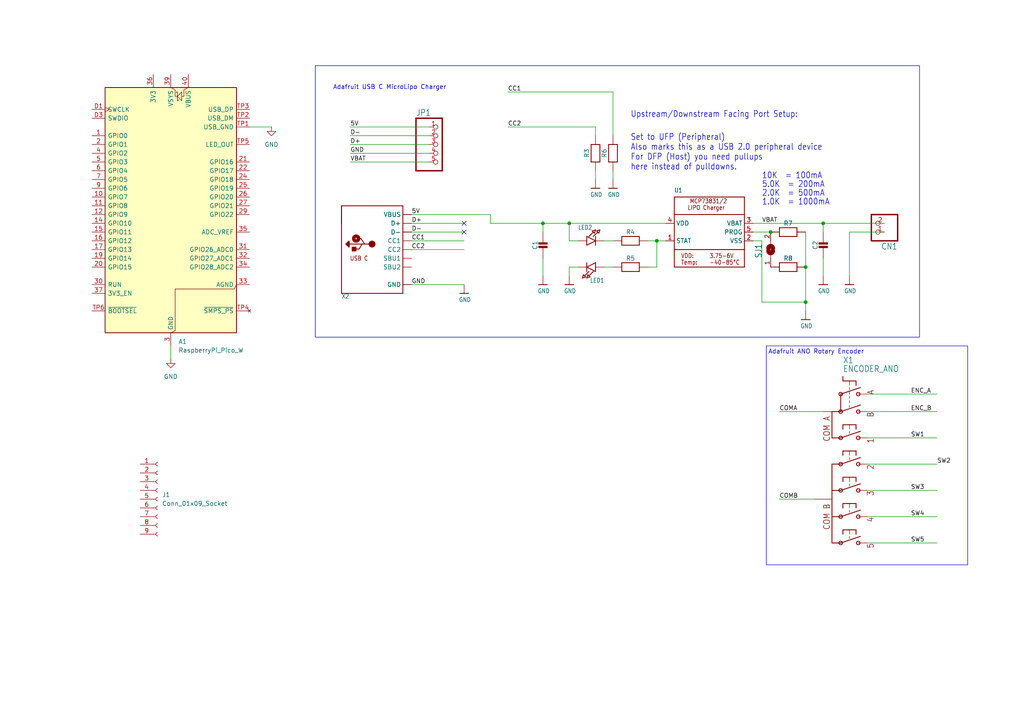
<source format=kicad_sch>
(kicad_sch (version 20231120) (generator "eeschema") (generator_version "8.0")
  (paper "A4")
  (lib_symbols
    (symbol "Adafruit ANO Rotary Encoder Breakout-eagle-import:ENCODER_ANO"
      (property "Reference" "X" (at -1.905 13.97 0))
      (symbol "ENCODER_ANO_1_0"
        (circle (center -2.54 -38.1) (radius 0.508) (stroke (width 0.254)))
        (circle (center -2.54 -30.48) (radius 0.508) (stroke (width 0.254)))
        (circle (center -2.54 -22.86) (radius 0.508) (stroke (width 0.254)))
        (circle (center -2.54 -15.24) (radius 0.508) (stroke (width 0.254)))
        (circle (center -2.54 -7.62) (radius 0.508) (stroke (width 0.254)))
        (circle (center -2.54 0) (radius 0.508) (stroke (width 0.254)))
        (circle (center -2.54 5.08) (radius 0.508) (stroke (width 0.254)))
        (polyline (pts (xy -5.08 -38.1) (xy -2.54 -38.1)) (stroke (width 0.25)))
        (polyline (pts (xy -5.08 -30.48) (xy -5.08 -38.1)) (stroke (width 0.25)))
        (polyline (pts (xy -5.08 -22.86) (xy -5.08 -30.48)) (stroke (width 0.25)))
        (polyline (pts (xy -5.08 -15.24) (xy -5.08 -22.86)) (stroke (width 0.25)))
        (polyline (pts (xy -5.08 -7.62) (xy -5.08 0)) (stroke (width 0.25)))
        (polyline (pts (xy -5.08 0) (xy -2.54 0)) (stroke (width 0.25)))
        (polyline (pts (xy -2.54 -38.1) (xy 3.175 -36.195)) (stroke (width 0.254)))
        (polyline (pts (xy -2.54 -30.48) (xy -5.08 -30.48)) (stroke (width 0.25)))
        (polyline (pts (xy -2.54 -30.48) (xy 3.175 -28.575)) (stroke (width 0.254)))
        (polyline (pts (xy -2.54 -22.86) (xy -5.08 -22.86)) (stroke (width 0.25)))
        (polyline (pts (xy -2.54 -22.86) (xy 3.175 -20.955)) (stroke (width 0.254)))
        (polyline (pts (xy -2.54 -15.24) (xy -5.08 -15.24)) (stroke (width 0.25)))
        (polyline (pts (xy -2.54 -15.24) (xy 3.175 -13.335)) (stroke (width 0.254)))
        (polyline (pts (xy -2.54 -7.62) (xy -5.08 -7.62)) (stroke (width 0.25)))
        (polyline (pts (xy -2.54 -7.62) (xy 3.175 -5.715)) (stroke (width 0.254)))
        (polyline (pts (xy -2.54 0) (xy -2.54 5.08)) (stroke (width 0.254)))
        (polyline (pts (xy -2.54 0) (xy 3.175 1.905)) (stroke (width 0.254)))
        (polyline (pts (xy -2.54 5.08) (xy 3.175 6.985)) (stroke (width 0.254)))
        (polyline (pts (xy -1.905 -34.29) (xy -1.905 -35.56)) (stroke (width 0.254)))
        (polyline (pts (xy -1.905 -26.67) (xy -1.905 -27.94)) (stroke (width 0.254)))
        (polyline (pts (xy -1.905 -19.05) (xy -1.905 -20.32)) (stroke (width 0.254)))
        (polyline (pts (xy -1.905 -11.43) (xy -1.905 -12.7)) (stroke (width 0.254)))
        (polyline (pts (xy -1.905 -3.81) (xy -1.905 -5.08)) (stroke (width 0.254)))
        (polyline (pts (xy -1.905 8.89) (xy -1.905 10.16)) (stroke (width 0.254)))
        (polyline (pts (xy 0 -36.195) (xy 0 -36.83)) (stroke (width 0.1524)))
        (polyline (pts (xy 0 -34.29) (xy -1.905 -34.29)) (stroke (width 0.254)))
        (polyline (pts (xy 0 -34.29) (xy 0 -35.56)) (stroke (width 0.1524)))
        (polyline (pts (xy 0 -28.575) (xy 0 -29.21)) (stroke (width 0.1524)))
        (polyline (pts (xy 0 -26.67) (xy -1.905 -26.67)) (stroke (width 0.254)))
        (polyline (pts (xy 0 -26.67) (xy 0 -27.94)) (stroke (width 0.1524)))
        (polyline (pts (xy 0 -20.955) (xy 0 -21.59)) (stroke (width 0.1524)))
        (polyline (pts (xy 0 -19.05) (xy -1.905 -19.05)) (stroke (width 0.254)))
        (polyline (pts (xy 0 -19.05) (xy 0 -20.32)) (stroke (width 0.1524)))
        (polyline (pts (xy 0 -13.335) (xy 0 -13.97)) (stroke (width 0.1524)))
        (polyline (pts (xy 0 -11.43) (xy -1.905 -11.43)) (stroke (width 0.254)))
        (polyline (pts (xy 0 -11.43) (xy 0 -12.7)) (stroke (width 0.1524)))
        (polyline (pts (xy 0 -5.715) (xy 0 -6.35)) (stroke (width 0.1524)))
        (polyline (pts (xy 0 -3.81) (xy -1.905 -3.81)) (stroke (width 0.254)))
        (polyline (pts (xy 0 -3.81) (xy 0 -5.08)) (stroke (width 0.1524)))
        (polyline (pts (xy 0 1.27) (xy 0 1.905)) (stroke (width 0.1524)))
        (polyline (pts (xy 0 3.175) (xy 0 2.54)) (stroke (width 0.1524)))
        (polyline (pts (xy 0 3.81) (xy 0 4.445)) (stroke (width 0.1524)))
        (polyline (pts (xy 0 5.08) (xy 0 5.715)) (stroke (width 0.1524)))
        (polyline (pts (xy 0 6.35) (xy 0 6.985)) (stroke (width 0.1524)))
        (polyline (pts (xy 0 8.89) (xy -1.905 8.89)) (stroke (width 0.254)))
        (polyline (pts (xy 0 8.89) (xy 0 7.62)) (stroke (width 0.1524)))
        (polyline (pts (xy 1.905 -34.29) (xy 0 -34.29)) (stroke (width 0.254)))
        (polyline (pts (xy 1.905 -34.29) (xy 1.905 -35.56)) (stroke (width 0.254)))
        (polyline (pts (xy 1.905 -26.67) (xy 0 -26.67)) (stroke (width 0.254)))
        (polyline (pts (xy 1.905 -26.67) (xy 1.905 -27.94)) (stroke (width 0.254)))
        (polyline (pts (xy 1.905 -19.05) (xy 0 -19.05)) (stroke (width 0.254)))
        (polyline (pts (xy 1.905 -19.05) (xy 1.905 -20.32)) (stroke (width 0.254)))
        (polyline (pts (xy 1.905 -11.43) (xy 0 -11.43)) (stroke (width 0.254)))
        (polyline (pts (xy 1.905 -11.43) (xy 1.905 -12.7)) (stroke (width 0.254)))
        (polyline (pts (xy 1.905 -3.81) (xy 0 -3.81)) (stroke (width 0.254)))
        (polyline (pts (xy 1.905 -3.81) (xy 1.905 -5.08)) (stroke (width 0.254)))
        (polyline (pts (xy 1.905 8.89) (xy 0 8.89)) (stroke (width 0.254)))
        (polyline (pts (xy 1.905 8.89) (xy 1.905 7.62)) (stroke (width 0.254)))
        (circle (center 2.54 -38.1) (radius 0.508) (stroke (width 0.254)))
        (circle (center 2.54 -30.48) (radius 0.508) (stroke (width 0.254)))
        (circle (center 2.54 -22.86) (radius 0.508) (stroke (width 0.254)))
        (circle (center 2.54 -15.24) (radius 0.508) (stroke (width 0.254)))
        (circle (center 2.54 -7.62) (radius 0.508) (stroke (width 0.254)))
        (circle (center 2.54 0) (radius 0.508) (stroke (width 0.254)))
        (circle (center 2.54 5.08) (radius 0.508) (stroke (width 0.254)))
        (text "1" (at 5.08 -7.62 900) (effects (font (size 1.778 1.5113)) (justify right top)))
        (text "2" (at 5.08 -15.24 900) (effects (font (size 1.778 1.5113)) (justify right top)))
        (text "3" (at 5.08 -22.86 900) (effects (font (size 1.778 1.5113)) (justify right top)))
        (text "4" (at 5.08 -30.48 900) (effects (font (size 1.778 1.5113)) (justify right top)))
        (text "5" (at 5.08 -38.1 900) (effects (font (size 1.778 1.5113)) (justify right top)))
        (text "A" (at 5.08 6.35 900) (effects (font (size 1.778 1.5113)) (justify right top)))
        (text "B" (at 5.08 0 900) (effects (font (size 1.778 1.5113)) (justify right top)))
        (text "COM A" (at -7.62 -1.27 900) (effects (font (size 1.778 1.5113)) (justify right top)))
        (text "COM B" (at -7.62 -26.67 900) (effects (font (size 1.778 1.5113)) (justify right top)))
        (pin passive line (at 5.08 5.08 180) (length 2.54) (name "A") (number "A"))
        (pin passive line (at 5.08 0 180) (length 2.54) (name "B") (number "B"))
        (pin passive line (at -7.62 0 0) (length 2.54) (name "COMA") (number "COM_A"))
        (pin passive line (at -10.16 -25.4 0) (length 5.08) (name "COM_B") (number "COM_B"))
        (pin passive line (at 5.08 -7.62 180) (length 2.54) (name "1") (number "S1"))
        (pin passive line (at 5.08 -15.24 180) (length 2.54) (name "S2") (number "S2"))
        (pin passive line (at 5.08 -22.86 180) (length 2.54) (name "S3") (number "S3"))
        (pin passive line (at 5.08 -30.48 180) (length 2.54) (name "S4") (number "S4"))
        (pin passive line (at 5.08 -38.1 180) (length 2.54) (name "S5") (number "S5"))
      )
    )
    (symbol "Adafruit USB C microlipo charger-eagle-import:CAP_CERAMIC0805-NOOUTLINE"
      (property "Reference" "C" (at -2.29 1.25 90))
      (symbol "CAP_CERAMIC0805-NOOUTLINE_1_0"
        (rectangle (start -1.27 0.508) (end 1.27 1.016) (fill (type outline)))
        (rectangle (start -1.27 1.524) (end 1.27 2.032) (fill (type outline)))
        (polyline (pts (xy 0 0.762) (xy 0 0)) (stroke (width 0.1524)))
        (polyline (pts (xy 0 2.54) (xy 0 1.778)) (stroke (width 0.1524)))
        (pin passive line (at 0 5.08 270) (length 2.54) (name "1") (number "1"))
        (pin passive line (at 0 -2.54 90) (length 2.54) (name "2") (number "2"))
      )
    )
    (symbol "Adafruit USB C microlipo charger-eagle-import:GND" (power)
      (symbol "GND_1_0"
        (polyline (pts (xy -1.27 0) (xy 1.27 0)) (stroke (width 0.254)))
        (pin power_in line (at 0 2.54 270) (length 2.54) (name "GND") (number "1"))
      )
    )
    (symbol "Adafruit USB C microlipo charger-eagle-import:HEADER-1X570MIL"
      (property "Reference" "JP" (at -6.35 8.255 0))
      (symbol "HEADER-1X570MIL_1_0"
        (polyline (pts (xy -6.35 -7.62) (xy 1.27 -7.62)) (stroke (width 0.4064)))
        (polyline (pts (xy -6.35 7.62) (xy -6.35 -7.62)) (stroke (width 0.4064)))
        (polyline (pts (xy 1.27 -7.62) (xy 1.27 7.62)) (stroke (width 0.4064)))
        (polyline (pts (xy 1.27 7.62) (xy -6.35 7.62)) (stroke (width 0.4064)))
        (pin passive inverted (at -2.54 5.08 0) (length 2.54) (name "1") (number "1"))
        (pin passive inverted (at -2.54 2.54 0) (length 2.54) (name "2") (number "2"))
        (pin passive inverted (at -2.54 0 0) (length 2.54) (name "3") (number "3"))
        (pin passive inverted (at -2.54 -2.54 0) (length 2.54) (name "4") (number "4"))
        (pin passive inverted (at -2.54 -5.08 0) (length 2.54) (name "5") (number "5"))
      )
    )
    (symbol "Adafruit USB C microlipo charger-eagle-import:JST_2PIN"
      (property "Reference" "CN" (at -6.35 5.715 0))
      (symbol "JST_2PIN_1_0"
        (polyline (pts (xy -6.35 -2.54) (xy 1.27 -2.54)) (stroke (width 0.4064)))
        (polyline (pts (xy -6.35 5.08) (xy -6.35 -2.54)) (stroke (width 0.4064)))
        (polyline (pts (xy 1.27 -2.54) (xy 1.27 5.08)) (stroke (width 0.4064)))
        (polyline (pts (xy 1.27 5.08) (xy -6.35 5.08)) (stroke (width 0.4064)))
        (pin passive inverted (at -2.54 2.54 0) (length 2.54) (name "1") (number "1"))
        (pin passive inverted (at -2.54 0 0) (length 2.54) (name "2") (number "2"))
      )
    )
    (symbol "Adafruit USB C microlipo charger-eagle-import:LED0805_NOOUTLINE"
      (property "Reference" "LED" (at -5.08 3.175 0))
      (symbol "LED0805_NOOUTLINE_1_0"
        (polyline (pts (xy -2.54 -1.27) (xy 0 0)) (stroke (width 0.254)))
        (polyline (pts (xy -2.54 1.27) (xy -2.54 -1.27)) (stroke (width 0.254)))
        (polyline (pts (xy -1.905 1.27) (xy -0.635 2.54)) (stroke (width 0.254)))
        (polyline (pts (xy -0.9525 2.8575) (xy -0.3175 2.2225)) (stroke (width 0.254)))
        (polyline (pts (xy -0.635 1.27) (xy 0.635 2.54)) (stroke (width 0.254)))
        (polyline (pts (xy -0.3175 2.2225) (xy 0 3.175)) (stroke (width 0.254)))
        (polyline (pts (xy 0 0) (xy -2.54 1.27)) (stroke (width 0.254)))
        (polyline (pts (xy 0 0) (xy 0 -1.27)) (stroke (width 0.254)))
        (polyline (pts (xy 0 1.27) (xy 0 0)) (stroke (width 0.254)))
        (polyline (pts (xy 0 3.175) (xy -0.9525 2.8575)) (stroke (width 0.254)))
        (polyline (pts (xy 0.3175 2.8575) (xy 0.9525 2.2225)) (stroke (width 0.254)))
        (polyline (pts (xy 0.9525 2.2225) (xy 1.27 3.175)) (stroke (width 0.254)))
        (polyline (pts (xy 1.27 3.175) (xy 0.3175 2.8575)) (stroke (width 0.254)))
        (pin passive line (at -5.08 0 0) (length 2.54) (name "A") (number "A"))
        (pin passive line (at 2.54 0 180) (length 2.54) (name "C") (number "C"))
      )
    )
    (symbol "Adafruit USB C microlipo charger-eagle-import:MCP73831/2"
      (property "Reference" "U" (at -10.16 11.43 0))
      (symbol "MCP73831/2_1_0"
        (polyline (pts (xy -10.16 -5.08) (xy -10.16 -10.16)) (stroke (width 0.254)))
        (polyline (pts (xy -10.16 -5.08) (xy -10.16 5.08)) (stroke (width 0.254)))
        (polyline (pts (xy -10.16 5.08) (xy 10.16 5.08)) (stroke (width 0.254)))
        (polyline (pts (xy -10.16 10.16) (xy -10.16 5.08)) (stroke (width 0.254)))
        (polyline (pts (xy -10.16 10.16) (xy 10.16 10.16)) (stroke (width 0.254)))
        (polyline (pts (xy 10.16 -10.16) (xy -10.16 -10.16)) (stroke (width 0.254)))
        (polyline (pts (xy 10.16 -5.08) (xy -10.16 -5.08)) (stroke (width 0.254)))
        (polyline (pts (xy 10.16 -5.08) (xy 10.16 -10.16)) (stroke (width 0.254)))
        (polyline (pts (xy 10.16 5.08) (xy 10.16 -5.08)) (stroke (width 0.254)))
        (polyline (pts (xy 10.16 10.16) (xy 10.16 5.08)) (stroke (width 0.254)))
        (text "-40-85°C" (at 0 -9.525 0) (effects (font (size 1.27 1.0795)) (justify left bottom)))
        (text "3.75-6V" (at 0 -7.62 0) (effects (font (size 1.27 1.0795)) (justify left bottom)))
        (text "LIPO Charger" (at -6.35 6.35 0) (effects (font (size 1.27 1.0795)) (justify left bottom)))
        (text "MCP73831/2" (at -5.715 8.255 0) (effects (font (size 1.27 1.0795)) (justify left bottom)))
        (text "Temp:" (at -8.255 -9.525 0) (effects (font (size 1.27 1.0795)) (justify left bottom)))
        (text "VDD:" (at -8.255 -7.62 0) (effects (font (size 1.27 1.0795)) (justify left bottom)))
        (pin output line (at -12.7 -2.54 0) (length 2.54) (name "STAT") (number "1"))
        (pin power_in line (at 12.7 -2.54 180) (length 2.54) (name "VSS") (number "2"))
        (pin power_in line (at 12.7 2.54 180) (length 2.54) (name "VBAT") (number "3"))
        (pin power_in line (at -12.7 2.54 0) (length 2.54) (name "VDD") (number "4"))
        (pin input line (at 12.7 0 180) (length 2.54) (name "PROG") (number "5"))
      )
    )
    (symbol "Adafruit USB C microlipo charger-eagle-import:RESISTOR_0603_NOOUT"
      (property "Reference" "R" (at 0 2.54 0))
      (symbol "RESISTOR_0603_NOOUT_1_0"
        (polyline (pts (xy -2.54 -1.27) (xy -2.54 1.27)) (stroke (width 0.254)))
        (polyline (pts (xy -2.54 1.27) (xy 2.54 1.27)) (stroke (width 0.254)))
        (polyline (pts (xy 2.54 -1.27) (xy -2.54 -1.27)) (stroke (width 0.254)))
        (polyline (pts (xy 2.54 1.27) (xy 2.54 -1.27)) (stroke (width 0.254)))
        (pin passive line (at -5.08 0 0) (length 2.54) (name "1") (number "1"))
        (pin passive line (at 5.08 0 180) (length 2.54) (name "2") (number "2"))
      )
    )
    (symbol "Adafruit USB C microlipo charger-eagle-import:SOLDERJUMPER"
      (property "Reference" "SJ" (at -2.54 2.54 0))
      (symbol "SOLDERJUMPER_1_0"
        (arc (start -0.3808 0.635) (mid -1.0159 0.0001) (end -0.381 -0.635) (stroke (width 1.27)))
        (polyline (pts (xy -2.54 0) (xy -1.651 0)) (stroke (width 0.1524)))
        (polyline (pts (xy 2.54 0) (xy 1.651 0)) (stroke (width 0.1524)))
        (arc (start 0.3808 -0.635) (mid 1.0159 -0.0001) (end 0.381 0.635) (stroke (width 1.27)))
        (pin passive line (at -5.08 0 0) (length 2.54) (name "1") (number "1"))
        (pin passive line (at 5.08 0 180) (length 2.54) (name "2") (number "2"))
      )
    )
    (symbol "Adafruit USB C microlipo charger-eagle-import:USB_C"
      (property "Reference" "X" (at -10.16 13.716 0))
      (symbol "USB_C_1_0"
        (rectangle (start -7.12 -0.45) (end -5.92 0.75) (fill (type outline)))
        (circle (center -5.92 3.2) (radius 0.2) (stroke (width 1)))
        (circle (center -1.32 1.6) (radius 0.5) (stroke (width 1)))
        (polyline (pts (xy -10.2 7.62) (xy -10.16 12.7)) (stroke (width 0.254)))
        (polyline (pts (xy -10.16 -12.7) (xy 7.62 -12.7)) (stroke (width 0.254)))
        (polyline (pts (xy -10.16 12.7) (xy -10.16 -12.7)) (stroke (width 0.254)))
        (polyline (pts (xy -10.16 12.7) (xy 7.62 12.7)) (stroke (width 0.254)))
        (polyline (pts (xy -8.92 1.6) (xy -8.12 2.4)) (stroke (width 0.254)))
        (polyline (pts (xy -8.52 1.4) (xy -8.32 1.2)) (stroke (width 0.254)))
        (polyline (pts (xy -8.52 1.6) (xy -8.52 1.4)) (stroke (width 0.254)))
        (polyline (pts (xy -8.32 1.2) (xy -8.32 2)) (stroke (width 0.254)))
        (polyline (pts (xy -8.32 2) (xy -8.72 1.6)) (stroke (width 0.254)))
        (polyline (pts (xy -8.12 0.8) (xy -8.92 1.6)) (stroke (width 0.254)))
        (polyline (pts (xy -8.12 1) (xy -8.12 2.4)) (stroke (width 0.254)))
        (polyline (pts (xy -8.12 2.4) (xy -7.92 2.4)) (stroke (width 0.254)))
        (polyline (pts (xy -7.92 0.8) (xy -8.12 0.8)) (stroke (width 0.254)))
        (polyline (pts (xy -7.92 1.6) (xy -7.92 0.8)) (stroke (width 0.254)))
        (polyline (pts (xy -7.92 2.4) (xy -7.92 1.6)) (stroke (width 0.254)))
        (polyline (pts (xy -6.27 0.15) (xy -5.07 0.15)) (stroke (width 0.254)))
        (polyline (pts (xy -5.52 3.2) (xy -4.52 3.2)) (stroke (width 0.254)))
        (polyline (pts (xy -5.07 0.15) (xy -4.22 1.6)) (stroke (width 0.254)))
        (polyline (pts (xy -4.52 3.2) (xy -3.47 1.6)) (stroke (width 0.254)))
        (polyline (pts (xy -4.22 1.6) (xy -7.92 1.6)) (stroke (width 0.254)))
        (polyline (pts (xy -3.47 1.6) (xy -4.22 1.6)) (stroke (width 0.254)))
        (polyline (pts (xy -1.32 1.6) (xy -3.47 1.6)) (stroke (width 0.254)))
        (polyline (pts (xy 7.62 12.7) (xy 7.62 -12.7)) (stroke (width 0.254)))
        (text "USB C" (at -5.08 -2.54 0) (effects (font (size 1.27 1.0795))))
        (pin power_in line (at 10.16 -10.16 180) (length 2.54) (name "GND") (number "A1B12"))
        (pin power_in line (at 10.16 10.16 180) (length 2.54) (name "VBUS") (number "A4B9"))
        (pin bidirectional line (at 10.16 2.54 180) (length 2.54) (name "CC1") (number "A5"))
        (pin bidirectional line (at 10.16 7.62 180) (length 2.54) (name "D+") (number "A6"))
        (pin bidirectional line (at 10.16 5.08 180) (length 2.54) (name "D-") (number "A7"))
        (pin bidirectional line (at 10.16 -2.54 180) (length 2.54) (name "SBU1") (number "A8"))
        (pin power_in line (at 10.16 -10.16 180) (length 2.54) (name "GND") (number "B1A12"))
        (pin power_in line (at 10.16 10.16 180) (length 2.54) (name "VBUS") (number "B4A9"))
        (pin bidirectional line (at 10.16 0 180) (length 2.54) (name "CC2") (number "B5"))
        (pin bidirectional line (at 10.16 7.62 180) (length 2.54) (name "D+") (number "B6"))
        (pin bidirectional line (at 10.16 5.08 180) (length 2.54) (name "D-") (number "B7"))
        (pin bidirectional line (at 10.16 -5.08 180) (length 2.54) (name "SBU2") (number "B8"))
      )
    )
    (symbol "Connector:Conn_01x09_Socket" (pin_names (offset 1.016) hide)
      (property "Reference" "J" (at 0 12.7 0))
      (property "Value" "Conn_01x09_Socket" (at 0 -12.7 0))
      (symbol "Conn_01x09_Socket_1_1"
        (arc (start 0 -9.652) (mid -0.5058 -10.16) (end 0 -10.668) (stroke (width 0.1524)))
        (arc (start 0 -7.112) (mid -0.5058 -7.62) (end 0 -8.128) (stroke (width 0.1524)))
        (arc (start 0 -4.572) (mid -0.5058 -5.08) (end 0 -5.588) (stroke (width 0.1524)))
        (arc (start 0 -2.032) (mid -0.5058 -2.54) (end 0 -3.048) (stroke (width 0.1524)))
        (polyline (pts (xy -1.27 -10.16) (xy -0.508 -10.16)) (stroke (width 0.1524)))
        (polyline (pts (xy -1.27 -7.62) (xy -0.508 -7.62)) (stroke (width 0.1524)))
        (polyline (pts (xy -1.27 -5.08) (xy -0.508 -5.08)) (stroke (width 0.1524)))
        (polyline (pts (xy -1.27 -2.54) (xy -0.508 -2.54)) (stroke (width 0.1524)))
        (polyline (pts (xy -1.27 0) (xy -0.508 0)) (stroke (width 0.1524)))
        (polyline (pts (xy -1.27 2.54) (xy -0.508 2.54)) (stroke (width 0.1524)))
        (polyline (pts (xy -1.27 5.08) (xy -0.508 5.08)) (stroke (width 0.1524)))
        (polyline (pts (xy -1.27 7.62) (xy -0.508 7.62)) (stroke (width 0.1524)))
        (polyline (pts (xy -1.27 10.16) (xy -0.508 10.16)) (stroke (width 0.1524)))
        (arc (start 0 0.508) (mid -0.5058 0) (end 0 -0.508) (stroke (width 0.1524)))
        (arc (start 0 3.048) (mid -0.5058 2.54) (end 0 2.032) (stroke (width 0.1524)))
        (arc (start 0 5.588) (mid -0.5058 5.08) (end 0 4.572) (stroke (width 0.1524)))
        (arc (start 0 8.128) (mid -0.5058 7.62) (end 0 7.112) (stroke (width 0.1524)))
        (arc (start 0 10.668) (mid -0.5058 10.16) (end 0 9.652) (stroke (width 0.1524)))
        (pin passive line (at -5.08 10.16 0) (length 3.81) (name "Pin_1") (number "1"))
        (pin passive line (at -5.08 7.62 0) (length 3.81) (name "Pin_2") (number "2"))
        (pin passive line (at -5.08 5.08 0) (length 3.81) (name "Pin_3") (number "3"))
        (pin passive line (at -5.08 2.54 0) (length 3.81) (name "Pin_4") (number "4"))
        (pin passive line (at -5.08 0 0) (length 3.81) (name "Pin_5") (number "5"))
        (pin passive line (at -5.08 -2.54 0) (length 3.81) (name "Pin_6") (number "6"))
        (pin passive line (at -5.08 -5.08 0) (length 3.81) (name "Pin_7") (number "7"))
        (pin passive line (at -5.08 -7.62 0) (length 3.81) (name "Pin_8") (number "8"))
        (pin passive line (at -5.08 -10.16 0) (length 3.81) (name "Pin_9") (number "9"))
      )
    )
    (symbol "MCU_Module_RaspberryPi_Pico:RaspberryPi_Pico_W_SecondaryPins" (pin_names (offset 0.762))
      (property "Reference" "A" (at -19.05 38.1 0))
      (property "Value" "RaspberryPi_Pico_W" (at 7.62 38.1 0))
      (symbol "RaspberryPi_Pico_W_SecondaryPins_0_1"
        (rectangle (start -19.05 36.83) (end 19.05 -34.29) (stroke (width 0.254)) (fill (type background)))
        (polyline (pts (xy 0 36.83) (xy 1.27 36.195) (xy 1.27 34.29) (xy 1.905 34.29)))
        (polyline (pts (xy 1.905 34.29) (xy 3.175 35.56) (xy 3.175 33.02) (xy 1.905 34.29)))
        (polyline (pts (xy 5.08 36.83) (xy 3.81 36.195) (xy 3.81 34.29) (xy 3.175 34.29)))
        (polyline (pts (xy 0 -34.29) (xy 1.27 -33.655) (xy 1.27 -21.59) (xy 18.415 -21.59) (xy 19.05 -20.32)))
        (polyline (pts (xy 1.651 35.306) (xy 1.651 35.56) (xy 1.905 35.56) (xy 1.905 33.02) (xy 2.159 33.02) (xy 2.159 33.274)))
      )
      (symbol "RaspberryPi_Pico_W_SecondaryPins_1_1"
        (pin bidirectional line (at -22.86 22.86 0) (length 3.81) (name "GPIO0") (number "1"))
        (pin bidirectional line (at -22.86 5.08 0) (length 3.81) (name "GPIO7") (number "10"))
        (pin bidirectional line (at -22.86 2.54 0) (length 3.81) (name "GPIO8") (number "11"))
        (pin bidirectional line (at -22.86 0 0) (length 3.81) (name "GPIO9") (number "12"))
        (pin passive line (at 0 -38.1 90) (length 3.81) hide (name "GND") (number "13"))
        (pin bidirectional line (at -22.86 -2.54 0) (length 3.81) (name "GPIO10") (number "14"))
        (pin bidirectional line (at -22.86 -5.08 0) (length 3.81) (name "GPIO11") (number "15"))
        (pin bidirectional line (at -22.86 -7.62 0) (length 3.81) (name "GPIO12") (number "16"))
        (pin bidirectional line (at -22.86 -10.16 0) (length 3.81) (name "GPIO13") (number "17"))
        (pin passive line (at 0 -38.1 90) (length 3.81) hide (name "GND") (number "18"))
        (pin bidirectional line (at -22.86 -12.7 0) (length 3.81) (name "GPIO14") (number "19"))
        (pin bidirectional line (at -22.86 20.32 0) (length 3.81) (name "GPIO1") (number "2"))
        (pin bidirectional line (at -22.86 -15.24 0) (length 3.81) (name "GPIO15") (number "20"))
        (pin bidirectional line (at 22.86 15.24 180) (length 3.81) (name "GPIO16") (number "21"))
        (pin bidirectional line (at 22.86 12.7 180) (length 3.81) (name "GPIO17") (number "22"))
        (pin passive line (at 0 -38.1 90) (length 3.81) hide (name "GND") (number "23"))
        (pin bidirectional line (at 22.86 10.16 180) (length 3.81) (name "GPIO18") (number "24"))
        (pin bidirectional line (at 22.86 7.62 180) (length 3.81) (name "GPIO19") (number "25"))
        (pin bidirectional line (at 22.86 5.08 180) (length 3.81) (name "GPIO20") (number "26"))
        (pin bidirectional line (at 22.86 2.54 180) (length 3.81) (name "GPIO21") (number "27"))
        (pin passive line (at 0 -38.1 90) (length 3.81) hide (name "GND") (number "28"))
        (pin bidirectional line (at 22.86 0 180) (length 3.81) (name "GPIO22") (number "29"))
        (pin power_out line (at 0 -38.1 90) (length 3.81) (name "GND") (number "3"))
        (pin input line (at -22.86 -20.32 0) (length 3.81) (name "RUN") (number "30"))
        (pin bidirectional line (at 22.86 -10.16 180) (length 3.81) (name "GPIO26_ADC0") (number "31"))
        (pin bidirectional line (at 22.86 -12.7 180) (length 3.81) (name "GPIO27_ADC1") (number "32"))
        (pin power_out line (at 22.86 -20.32 180) (length 3.81) (name "AGND") (number "33"))
        (pin bidirectional line (at 22.86 -15.24 180) (length 3.81) (name "GPIO28_ADC2") (number "34"))
        (pin power_in line (at 22.86 -5.08 180) (length 3.81) (name "ADC_VREF") (number "35"))
        (pin power_out line (at -5.08 40.64 270) (length 3.81) (name "3V3") (number "36"))
        (pin input line (at -22.86 -22.86 0) (length 3.81) (name "3V3_EN") (number "37"))
        (pin passive line (at 0 -38.1 90) (length 3.81) hide (name "GND") (number "38"))
        (pin power_in line (at 0 40.64 270) (length 3.81) (name "VSYS") (number "39"))
        (pin bidirectional line (at -22.86 17.78 0) (length 3.81) (name "GPIO2") (number "4"))
        (pin power_out line (at 5.08 40.64 270) (length 3.81) (name "VBUS") (number "40"))
        (pin bidirectional line (at -22.86 15.24 0) (length 3.81) (name "GPIO3") (number "5"))
        (pin bidirectional line (at -22.86 12.7 0) (length 3.81) (name "GPIO4") (number "6"))
        (pin bidirectional line (at -22.86 10.16 0) (length 3.81) (name "GPIO5") (number "7"))
        (pin passive line (at 0 -38.1 90) (length 3.81) hide (name "GND") (number "8"))
        (pin bidirectional line (at -22.86 7.62 0) (length 3.81) (name "GPIO6") (number "9"))
        (pin input clock (at -22.86 30.48 0) (length 3.81) (name "SWCLK") (number "D1"))
        (pin passive line (at 0 -38.1 90) (length 3.81) hide (name "GND") (number "D2"))
        (pin bidirectional line (at -22.86 27.94 0) (length 3.81) (name "SWDIO") (number "D3"))
        (pin power_out line (at 22.86 25.4 180) (length 3.81) (name "USB_GND") (number "TP1"))
        (pin bidirectional line (at 22.86 27.94 180) (length 3.81) (name "USB_DM") (number "TP2"))
        (pin bidirectional line (at 22.86 30.48 180) (length 3.81) (name "USB_DP") (number "TP3"))
        (pin no_connect line (at 22.86 -27.94 180) (length 3.81) (name "~{SMPS_PS}") (number "TP4"))
        (pin output line (at 22.86 20.32 180) (length 3.81) (name "LED_OUT") (number "TP5"))
        (pin input line (at -22.86 -27.94 0) (length 3.81) (name "~{BOOTSEL}") (number "TP6"))
      )
    )
    (symbol "power:GND" (power) (pin_numbers hide) (pin_names (offset 0) hide)
      (property "Value" "GND" (at 0 -3.81 0))
      (symbol "GND_0_1"
        (polyline (pts (xy 0 0) (xy 0 -1.27) (xy 1.27 -1.27) (xy 0 -2.54) (xy -1.27 -1.27) (xy 0 -1.27)))
      )
      (symbol "GND_1_1"
        (pin power_in line (at 0 0 270) (length 0) (name "~") (number "1"))
      )
    )
  )
  (junction (at 223.52 67.31))
  (junction (at 157.48 64.77))
  (junction (at 233.68 87.63))
  (junction (at 165.1 64.77))
  (junction (at 238.76 64.77))
  (junction (at 233.68 77.47))
  (junction (at 190.5 69.85))
  (no_connect (at 134.62 67.31))
  (no_connect (at 134.62 64.77))
  (wire (pts (xy 147.32 36.83) (xy 172.72 36.83)) (stroke (width 0.1524)))
  (wire (pts (xy 226.06 144.78) (xy 236.22 144.78)) (stroke (width 0.1524)))
  (wire (pts (xy 238.76 67.31) (xy 238.76 64.77)) (stroke (width 0.1524)))
  (wire (pts (xy 124.46 41.91) (xy 101.6 41.91)) (stroke (width 0.1524)))
  (wire (pts (xy 246.38 67.31) (xy 246.38 80.01)) (stroke (width 0.1524)))
  (wire (pts (xy 220.98 87.63) (xy 233.68 87.63)) (stroke (width 0.1524)))
  (wire (pts (xy 271.78 119.38) (xy 251.46 119.38)) (stroke (width 0.1524)))
  (wire (pts (xy 167.64 69.85) (xy 165.1 69.85)) (stroke (width 0.1524)))
  (wire (pts (xy 157.48 64.77) (xy 165.1 64.77)) (stroke (width 0.1524)))
  (wire (pts (xy 238.76 119.38) (xy 226.06 119.38)) (stroke (width 0.1524)))
  (wire (pts (xy 142.24 62.23) (xy 119.38 62.23)) (stroke (width 0.1524)))
  (wire (pts (xy 124.46 44.45) (xy 101.6 44.45)) (stroke (width 0.1524)))
  (wire (pts (xy 190.5 77.47) (xy 190.5 69.85)) (stroke (width 0.1524)))
  (wire (pts (xy 238.76 64.77) (xy 218.44 64.77)) (stroke (width 0.1524)))
  (wire (pts (xy 172.72 36.83) (xy 172.72 39.37)) (stroke (width 0.1524)))
  (wire (pts (xy 251.46 157.48) (xy 271.78 157.48)) (stroke (width 0.1524)))
  (wire (pts (xy 165.1 64.77) (xy 193.04 64.77)) (stroke (width 0.1524)))
  (wire (pts (xy 72.39 36.83) (xy 78.74 36.83)))
  (wire (pts (xy 187.96 69.85) (xy 190.5 69.85)) (stroke (width 0.1524)))
  (wire (pts (xy 165.1 77.47) (xy 165.1 80.01)) (stroke (width 0.1524)))
  (wire (pts (xy 220.98 69.85) (xy 220.98 87.63)) (stroke (width 0.1524)))
  (wire (pts (xy 142.24 64.77) (xy 157.48 64.77)) (stroke (width 0.1524)))
  (wire (pts (xy 177.8 77.47) (xy 175.26 77.47)) (stroke (width 0.1524)))
  (wire (pts (xy 134.62 82.55) (xy 119.38 82.55)) (stroke (width 0.1524)))
  (wire (pts (xy 251.46 142.24) (xy 271.78 142.24)) (stroke (width 0.1524)))
  (wire (pts (xy 49.53 100.33) (xy 49.53 104.14)))
  (wire (pts (xy 246.38 67.31) (xy 256.54 67.31)) (stroke (width 0.1524)))
  (wire (pts (xy 190.5 69.85) (xy 193.04 69.85)) (stroke (width 0.1524)))
  (wire (pts (xy 142.24 62.23) (xy 142.24 64.77)) (stroke (width 0.1524)))
  (wire (pts (xy 177.8 52.07) (xy 177.8 49.53)) (stroke (width 0.1524)))
  (wire (pts (xy 167.64 77.47) (xy 165.1 77.47)) (stroke (width 0.1524)))
  (wire (pts (xy 251.46 114.3) (xy 271.78 114.3)) (stroke (width 0.1524)))
  (wire (pts (xy 119.38 72.39) (xy 134.62 72.39)) (stroke (width 0.1524)))
  (wire (pts (xy 177.8 26.67) (xy 177.8 39.37)) (stroke (width 0.1524)))
  (wire (pts (xy 124.46 46.99) (xy 101.6 46.99)) (stroke (width 0.1524)))
  (wire (pts (xy 157.48 74.93) (xy 157.48 80.01)) (stroke (width 0.1524)))
  (wire (pts (xy 271.78 149.86) (xy 251.46 149.86)) (stroke (width 0.1524)))
  (wire (pts (xy 124.46 36.83) (xy 101.6 36.83)) (stroke (width 0.1524)))
  (wire (pts (xy 218.44 67.31) (xy 223.52 67.31)) (stroke (width 0.1524)))
  (wire (pts (xy 119.38 69.85) (xy 134.62 69.85)) (stroke (width 0.1524)))
  (wire (pts (xy 233.68 77.47) (xy 233.68 87.63)) (stroke (width 0.1524)))
  (wire (pts (xy 124.46 39.37) (xy 101.6 39.37)) (stroke (width 0.1524)))
  (wire (pts (xy 218.44 69.85) (xy 220.98 69.85)) (stroke (width 0.1524)))
  (wire (pts (xy 157.48 67.31) (xy 157.48 64.77)) (stroke (width 0.1524)))
  (wire (pts (xy 238.76 64.77) (xy 256.54 64.77)) (stroke (width 0.1524)))
  (wire (pts (xy 271.78 134.62) (xy 251.46 134.62)) (stroke (width 0.1524)))
  (wire (pts (xy 165.1 69.85) (xy 165.1 64.77)) (stroke (width 0.1524)))
  (wire (pts (xy 233.68 67.31) (xy 233.68 77.47)) (stroke (width 0.1524)))
  (wire (pts (xy 119.38 67.31) (xy 134.62 67.31)) (stroke (width 0.1524)))
  (wire (pts (xy 175.26 69.85) (xy 177.8 69.85)) (stroke (width 0.1524)))
  (wire (pts (xy 187.96 77.47) (xy 190.5 77.47)) (stroke (width 0.1524)))
  (wire (pts (xy 251.46 127) (xy 271.78 127)) (stroke (width 0.1524)))
  (wire (pts (xy 233.68 87.63) (xy 233.68 90.17)) (stroke (width 0.1524)))
  (wire (pts (xy 147.32 26.67) (xy 177.8 26.67)) (stroke (width 0.1524)))
  (wire (pts (xy 238.76 74.93) (xy 238.76 80.01)) (stroke (width 0.1524)))
  (wire (pts (xy 172.72 49.53) (xy 172.72 52.07)) (stroke (width 0.1524)))
  (wire (pts (xy 119.38 64.77) (xy 134.62 64.77)) (stroke (width 0.1524)))
  (rectangle (start 222.25 100.33) (end 280.67 163.83))
  (rectangle (start 91.44 19.05) (end 266.7 97.79))
  (text "Set to UFP (Peripheral)\nAlso marks this as a USB 2.0 peripheral device\nFor DFP (Host) you need pullups\nhere instead of pulldowns." (at 182.88 49.53 0) (effects (font (size 1.778 1.5113)) (justify left bottom)))
  (text "5.0K  = 200mA" (at 220.98 54.61 0) (effects (font (size 1.778 1.5113)) (justify left bottom)))
  (text "Adafruit ANO Rotary Encoder" (at 236.728 102.108 0) (effects (font (size 1.27 1.27))))
  (text "Adafruit USB C MicroLipo Charger" (at 113.03 25.4 0) (effects (font (size 1.27 1.27))))
  (text "2.0K  = 500mA" (at 220.98 57.15 0) (effects (font (size 1.778 1.5113)) (justify left bottom)))
  (text "1.0K  = 1000mA" (at 220.98 59.69 0) (effects (font (size 1.778 1.5113)) (justify left bottom)))
  (text "Upstream/Downstream Facing Port Setup:" (at 182.88 34.29 0) (effects (font (size 1.778 1.5113)) (justify left bottom)))
  (text "10K  = 100mA" (at 220.98 52.07 0) (effects (font (size 1.778 1.5113)) (justify left bottom)))
  (label "CC2" (at 119.38 72.39 0) (effects (font (size 1.2446 1.2446))))
  (label "D-" (at 101.6 39.37 0) (effects (font (size 1.2446 1.2446))))
  (label "D-" (at 119.38 67.31 0) (effects (font (size 1.2446 1.2446))))
  (label "CC2" (at 147.32 36.83 0) (effects (font (size 1.2446 1.2446))))
  (label "5V" (at 119.38 62.23 0) (effects (font (size 1.2446 1.2446))))
  (label "COMA" (at 226.06 119.38 0) (effects (font (size 1.2446 1.2446))))
  (label "GND" (at 101.6 44.45 0) (effects (font (size 1.2446 1.2446))))
  (label "SW1" (at 264.16 127 0) (effects (font (size 1.2446 1.2446))))
  (label "D+" (at 119.38 64.77 0) (effects (font (size 1.2446 1.2446))))
  (label "SW5" (at 264.16 157.48 0) (effects (font (size 1.2446 1.2446))))
  (label "ENC_A" (at 264.16 114.3 0) (effects (font (size 1.2446 1.2446))))
  (label "VBAT" (at 101.6 46.99 0) (effects (font (size 1.2446 1.2446))))
  (label "GND" (at 119.38 82.55 0) (effects (font (size 1.2446 1.2446))))
  (label "ENC_B" (at 264.16 119.38 0) (effects (font (size 1.2446 1.2446))))
  (label "SW2" (at 271.78 134.62 0) (effects (font (size 1.2446 1.2446))))
  (label "VBAT" (at 220.98 64.77 0) (effects (font (size 1.2446 1.2446))))
  (label "5V" (at 101.6 36.83 0) (effects (font (size 1.2446 1.2446))))
  (label "D+" (at 101.6 41.91 0) (effects (font (size 1.2446 1.2446))))
  (label "SW3" (at 264.16 142.24 0) (effects (font (size 1.2446 1.2446))))
  (label "CC1" (at 119.38 69.85 0) (effects (font (size 1.2446 1.2446))))
  (label "CC1" (at 147.32 26.67 0) (effects (font (size 1.2446 1.2446))))
  (label "SW4" (at 264.16 149.86 0) (effects (font (size 1.2446 1.2446))))
  (label "COMB" (at 226.06 144.78 0) (effects (font (size 1.2446 1.2446))))
  (symbol (lib_id "power:GND") (at 49.53 104.14 0) (unit 1)
    (property "Reference" "#PWR03" (effects (hide yes)))
    (property "Value" "GND" (at 49.53 109.22 0))
    (property "Description" "Power symbol creates a global label with name \"GND\" , ground" (effects (hide yes)))
  )
  (symbol (lib_id "Adafruit USB C microlipo charger-eagle-import:RESISTOR_0603_NOOUT") (at 228.6 67.31 0) (unit 1)
    (property "Reference" "R7" (at 228.6 64.77 0))
    (property "Value" "RESISTOR_0603_NOOUT" (effects (hide yes)))
    (property "Footprint" "Adafruit USB C microlipo charger:0603-NO" (effects (hide yes)))
  )
  (symbol (lib_id "Adafruit USB C microlipo charger-eagle-import:RESISTOR_0603_NOOUT") (at 172.72 44.45 90) (unit 1)
    (property "Reference" "R3" (at 170.18 44.45 0))
    (property "Value" "RESISTOR_0603_NOOUT" (effects (hide yes)))
    (property "Footprint" "Adafruit USB C microlipo charger:0603-NO" (effects (hide yes)))
  )
  (symbol (lib_id "Adafruit USB C microlipo charger-eagle-import:HEADER-1X570MIL") (at 127 41.91 0) (unit 1)
    (property "Reference" "JP1" (at 120.65 33.655 0) (effects (font (size 1.778 1.5113)) (justify left bottom)))
    (property "Value" "HEADER-1X570MIL" (effects (hide yes)))
    (property "Footprint" "Adafruit USB C microlipo charger:1X05_ROUND_70" (effects (hide yes)))
  )
  (symbol (lib_id "Adafruit USB C microlipo charger-eagle-import:GND") (at 157.48 82.55 0) (unit 1)
    (property "Reference" "#U$03" (effects (hide yes)))
    (property "Value" "GND" (at 155.956 85.09 0) (effects (font (size 1.27 1.0795)) (justify left bottom)))
  )
  (symbol (lib_id "Adafruit USB C microlipo charger-eagle-import:GND") (at 134.62 85.09 0) (unit 1)
    (property "Reference" "#U$02" (effects (hide yes)))
    (property "Value" "GND" (at 133.096 87.63 0) (effects (font (size 1.27 1.0795)) (justify left bottom)))
  )
  (symbol (lib_id "Adafruit USB C microlipo charger-eagle-import:GND") (at 165.1 82.55 0) (unit 1)
    (property "Reference" "#U$04" (effects (hide yes)))
    (property "Value" "GND" (at 163.576 85.09 0) (effects (font (size 1.27 1.0795)) (justify left bottom)))
  )
  (symbol (lib_id "Adafruit USB C microlipo charger-eagle-import:RESISTOR_0603_NOOUT") (at 177.8 44.45 90) (unit 1)
    (property "Reference" "R6" (at 175.26 44.45 0))
    (property "Value" "RESISTOR_0603_NOOUT" (effects (hide yes)))
    (property "Footprint" "Adafruit USB C microlipo charger:0603-NO" (effects (hide yes)))
  )
  (symbol (lib_id "Adafruit USB C microlipo charger-eagle-import:GND") (at 172.72 54.61 0) (unit 1)
    (property "Reference" "#U$05" (effects (hide yes)))
    (property "Value" "GND" (at 171.196 57.15 0) (effects (font (size 1.27 1.0795)) (justify left bottom)))
  )
  (symbol (lib_id "Adafruit USB C microlipo charger-eagle-import:SOLDERJUMPER") (at 223.52 72.39 90) (unit 1)
    (property "Reference" "SJ1" (at 220.98 74.93 0) (effects (font (size 1.778 1.5113)) (justify left bottom)))
    (property "Value" "SOLDERJUMPER" (effects (hide yes)))
    (property "Footprint" "Adafruit USB C microlipo charger:SOLDERJUMPER_ARROW_NOPASTE" (effects (hide yes)))
  )
  (symbol (lib_id "Adafruit USB C microlipo charger-eagle-import:RESISTOR_0603_NOOUT") (at 182.88 69.85 0) (unit 1)
    (property "Reference" "R4" (at 182.88 67.31 0))
    (property "Value" "RESISTOR_0603_NOOUT" (effects (hide yes)))
    (property "Footprint" "Adafruit USB C microlipo charger:0603-NO" (effects (hide yes)))
  )
  (symbol (lib_id "Adafruit USB C microlipo charger-eagle-import:MCP73831/2") (at 205.74 67.31 0) (unit 1)
    (property "Reference" "U1" (at 195.58 55.88 0) (effects (font (size 1.27 1.0795)) (justify left bottom)))
    (property "Value" "MCP73831/2" (effects (hide yes)))
    (property "Footprint" "Adafruit USB C microlipo charger:SOT23-5" (effects (hide yes)))
  )
  (symbol (lib_id "Adafruit USB C microlipo charger-eagle-import:RESISTOR_0603_NOOUT") (at 182.88 77.47 0) (unit 1)
    (property "Reference" "R5" (at 182.88 74.93 0))
    (property "Value" "RESISTOR_0603_NOOUT" (effects (hide yes)))
    (property "Footprint" "Adafruit USB C microlipo charger:0603-NO" (effects (hide yes)))
  )
  (symbol (lib_id "Adafruit USB C microlipo charger-eagle-import:CAP_CERAMIC0805-NOOUTLINE") (at 157.48 72.39 0) (unit 1)
    (property "Reference" "C1" (at 155.19 71.14 90))
    (property "Value" "CAP_CERAMIC0805-NOOUTLINE" (effects (hide yes)))
    (property "Footprint" "Adafruit USB C microlipo charger:0805-NO@1" (effects (hide yes)))
  )
  (symbol (lib_id "Adafruit USB C microlipo charger-eagle-import:RESISTOR_0603_NOOUT") (at 228.6 77.47 0) (unit 1)
    (property "Reference" "R8" (at 228.6 74.93 0))
    (property "Value" "RESISTOR_0603_NOOUT" (effects (hide yes)))
    (property "Footprint" "Adafruit USB C microlipo charger:0603-NO" (effects (hide yes)))
  )
  (symbol (lib_id "Adafruit USB C microlipo charger-eagle-import:GND") (at 246.38 82.55 0) (unit 1)
    (property "Reference" "#U$09" (effects (hide yes)))
    (property "Value" "GND" (at 244.856 85.09 0) (effects (font (size 1.27 1.0795)) (justify left bottom)))
  )
  (symbol (lib_id "Adafruit USB C microlipo charger-eagle-import:LED0805_NOOUTLINE") (at 170.18 77.47 180) (unit 1)
    (property "Reference" "LED1" (at 175.26 80.645 0) (effects (font (size 1.27 1.0795)) (justify left bottom)))
    (property "Value" "LED0805_NOOUTLINE" (effects (hide yes)))
    (property "Footprint" "Adafruit USB C microlipo charger:CHIPLED_0805_NOOUTLINE" (effects (hide yes)))
  )
  (symbol (lib_id "Adafruit USB C microlipo charger-eagle-import:CAP_CERAMIC0805-NOOUTLINE") (at 238.76 72.39 0) (unit 1)
    (property "Reference" "C2" (at 236.47 71.14 90))
    (property "Value" "CAP_CERAMIC0805-NOOUTLINE" (effects (hide yes)))
    (property "Footprint" "Adafruit USB C microlipo charger:0805-NO@1" (effects (hide yes)))
  )
  (symbol (lib_id "Adafruit USB C microlipo charger-eagle-import:GND") (at 177.8 54.61 0) (unit 1)
    (property "Reference" "#U$06" (effects (hide yes)))
    (property "Value" "GND" (at 176.276 57.15 0) (effects (font (size 1.27 1.0795)) (justify left bottom)))
  )
  (symbol (lib_id "MCU_Module_RaspberryPi_Pico:RaspberryPi_Pico_W_SecondaryPins") (at 49.53 62.23 0) (unit 1)
    (property "Reference" "A1" (at 51.7241 99.06 0) (effects (justify left)))
    (property "Value" "RaspberryPi_Pico_W" (at 51.7241 101.6 0) (effects (justify left)))
    (property "Footprint" "Module_RaspberryPi_Pico:RaspberryPi_Pico_W_SMD" (effects (hide yes)))
    (property "Datasheet" "https://datasheets.raspberrypi.com/picow/pico-w-datasheet.pdf" (effects (hide yes)))
    (property "Description" "Versatile and inexpensive wireless microcontroller module (with full pinout for test point and debug connections) powered by RP2040 dual-core Arm Cortex-M0+ processor up to 133 MHz, 264kB SRAM, 2MB QSPI flash, Infineon CYW43439 2.4GHz 802.11n wireless LAN" (effects (hide yes)))
  )
  (symbol (lib_id "Adafruit USB C microlipo charger-eagle-import:GND") (at 238.76 82.55 0) (unit 1)
    (property "Reference" "#U$08" (effects (hide yes)))
    (property "Value" "GND" (at 237.236 85.09 0) (effects (font (size 1.27 1.0795)) (justify left bottom)))
  )
  (symbol (lib_id "Connector:Conn_01x09_Socket") (at 45.72 144.78 0) (unit 1)
    (property "Reference" "J1" (at 46.99 143.5099 0) (effects (justify left)))
    (property "Value" "Conn_01x09_Socket" (at 46.99 146.0499 0) (effects (justify left)))
    (property "Description" "Generic connector, single row, 01x09, script generated" (effects (hide yes)))
  )
  (symbol (lib_id "Adafruit USB C microlipo charger-eagle-import:JST_2PIN") (at 254 64.77 180) (unit 1)
    (property "Reference" "CN1" (at 260.35 70.485 0) (effects (font (size 1.778 1.5113)) (justify left bottom)))
    (property "Value" "JST_2PIN" (effects (hide yes)))
    (property "Footprint" "Adafruit USB C microlipo charger:JSTPH2" (effects (hide yes)))
  )
  (symbol (lib_id "Adafruit USB C microlipo charger-eagle-import:GND") (at 233.68 92.71 0) (unit 1)
    (property "Reference" "#U$07" (effects (hide yes)))
    (property "Value" "GND" (at 232.156 95.25 0) (effects (font (size 1.27 1.0795)) (justify left bottom)))
  )
  (symbol (lib_id "Adafruit ANO Rotary Encoder Breakout-eagle-import:ENCODER_ANO") (at 246.38 119.38 0) (unit 1)
    (property "Reference" "X1" (at 244.475 105.41 0) (effects (font (size 1.778 1.5113)) (justify left bottom)))
    (property "Value" "ENCODER_ANO" (at 244.475 107.95 0) (effects (font (size 1.778 1.5113)) (justify left bottom)))
    (property "Footprint" "Adafruit ANO Rotary Encoder Breakout:ENCODER_ANO" (effects (hide yes)))
  )
  (symbol (lib_id "Adafruit USB C microlipo charger-eagle-import:USB_C") (at 109.22 72.39 0) (unit 1)
    (property "Reference" "X2" (at 99.06 86.614 0) (effects (font (size 1.27 1.0795)) (justify left bottom)))
    (property "Value" "USB_C" (effects (hide yes)))
    (property "Footprint" "Adafruit USB C microlipo charger:USB_C_CUSB31-CFM2AX-01-X" (effects (hide yes)))
  )
  (symbol (lib_id "power:GND") (at 78.74 36.83 0) (unit 1)
    (property "Reference" "#PWR01" (effects (hide yes)))
    (property "Value" "GND" (at 78.74 41.91 0))
    (property "Description" "Power symbol creates a global label with name \"GND\" , ground" (effects (hide yes)))
  )
  (symbol (lib_id "Adafruit USB C microlipo charger-eagle-import:LED0805_NOOUTLINE") (at 172.72 69.85 0) (unit 1)
    (property "Reference" "LED2" (at 167.64 66.675 0) (effects (font (size 1.27 1.0795)) (justify left bottom)))
    (property "Value" "LED0805_NOOUTLINE" (effects (hide yes)))
    (property "Footprint" "Adafruit USB C microlipo charger:CHIPLED_0805_NOOUTLINE" (effects (hide yes)))
  )
)
</source>
